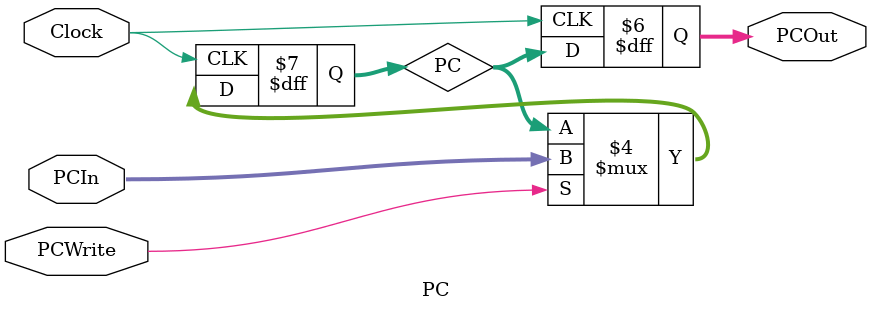
<source format=v>
module PC (PCIn, PCOut, PCWrite, Clock);

  input [7:0] PCIn;
  output reg [7:0] PCOut;
  input PCWrite, Clock;

  reg [7:0] PC;

  always @(posedge Clock) begin
    if(PCWrite)
      PC = PCIn;
  end

  always @(negedge Clock) begin
    PCOut = PC;
  end

endmodule

</source>
